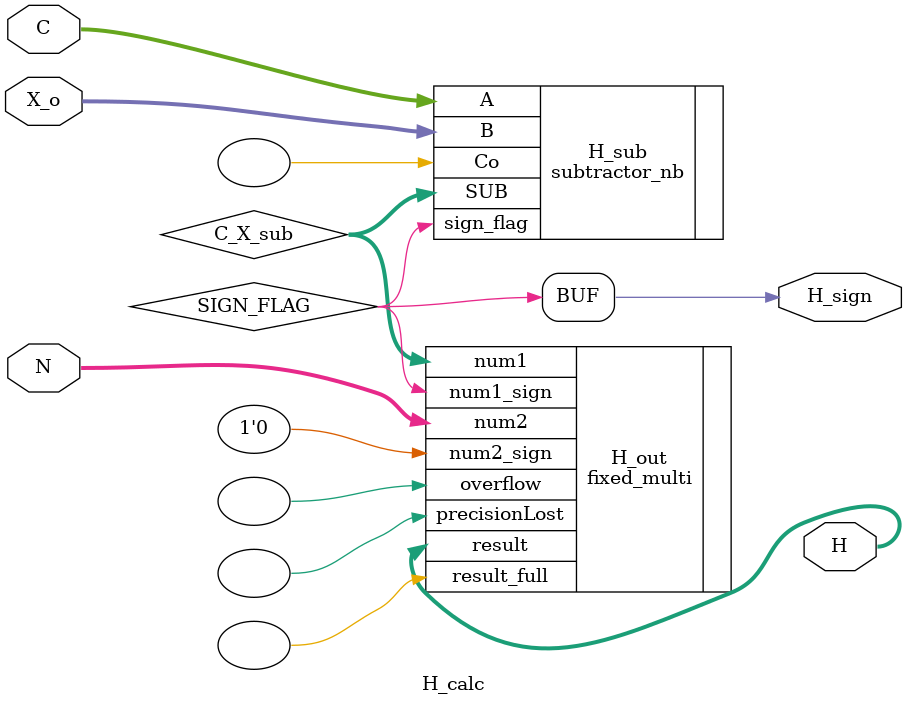
<source format=v>
`timescale 1ns / 1ps


// Module to calculate H
module H_calc(X_o, C, N, H_sign, H);
    
 parameter n = 32;
    
 input [n-1:0] C, X_o, N;
 wire [n-1:0] C_X_sub;
 wire SIGN_FLAG;
 output H_sign;
 output [n-1:0] H;   
    
     // C_X_sub = C - X_o
     subtractor_nb H_sub( .A(C), .B(X_o), .SUB(C_X_sub), .sign_flag(SIGN_FLAG), .Co() );
     
     assign H_sign = SIGN_FLAG;
     
  // H = (C - X_o)*1/N
     fixed_multi H_out (.num1(C_X_sub), .num2(N), .num1_sign(SIGN_FLAG), .num2_sign(1'b0), .result(H), .overflow(), .precisionLost(), .result_full() );
   
endmodule

</source>
